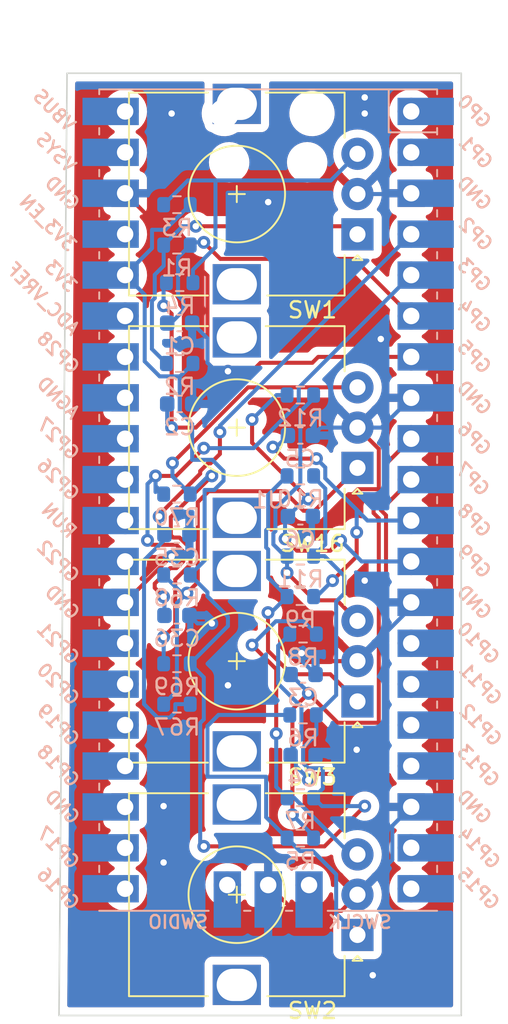
<source format=kicad_pcb>
(kicad_pcb (version 20211014) (generator pcbnew)
  (layers (0 "F.Cu" signal) (31 "B.Cu" signal) (34 "B.Paste" user) (35 "F.Paste" user) (36 "B.SilkS" user "B.Silkscreen") (37 "F.SilkS" user "F.Silkscreen") (38 "B.Mask" user) (39 "F.Mask" user) (44 "Edge.Cuts" user))
  (net 0 "")
  (net 3 "/encoder_no_switch1/A")
  (net 4 "GND")
  (net 5 "/encoder_no_switch1/B")
  (net 6 "/encoder_no_switch2/A")
  (net 7 "/encoder_no_switch2/B")
  (net 8 "/encoder_no_switch3/A")
  (net 9 "/encoder_no_switch3/B")
  (net 10 "/encoder_no_switch/A")
  (net 11 "/encoder_no_switch/B")
  (net 12 "Net-(R1-Pad1)")
  (net 13 "+3V3")
  (net 18 "Net-(R3-Pad1)")
  (net 28 "Net-(R5-Pad1)")
  (net 36 "Net-(R7-Pad1)")
  (net 38 "Net-(R10-Pad1)")
  (net 42 "Net-(R11-Pad1)")
  (net 44 "Net-(R67-Pad1)")
  (net 45 "Net-(R69-Pad1)")
  (footprint "Rotary_Encoder:RotaryEncoder_Alps_EC12E_Vertical_H20mm" (layer "F.Cu") (at 143.55 76.5 180)
    (fp_text reference "SW1")
    (fp_text value "Rotary_Encoder")
  )
  (footprint "Rotary_Encoder:RotaryEncoder_Alps_EC12E_Vertical_H20mm" (layer "F.Cu") (at 143.55 91 180)
    (fp_text reference "SW16")
    (fp_text value "Rotary_Encoder")
  )
  (footprint "Rotary_Encoder:RotaryEncoder_Alps_EC12E_Vertical_H20mm" (layer "F.Cu") (at 143.55 120 180)
    (fp_text reference "SW2")
    (fp_text value "Rotary_Encoder")
  )
  (footprint "Rotary_Encoder:RotaryEncoder_Alps_EC12E_Vertical_H20mm" (layer "F.Cu") (at 143.55 105.5 180)
    (fp_text reference "SW3")
    (fp_text value "Rotary_Encoder")
  )
  (footprint "Capacitor_SMD:C_0603_1608Metric" (layer "B.Cu") (at 140.17 108.85)
    (fp_text reference "C4")
    (fp_text value "0.01uF")
  )
  (footprint "Capacitor_SMD:C_0603_1608Metric" (layer "B.Cu") (at 132.5 87.03)
    (fp_text reference "C2")
    (fp_text value "0.01uF")
  )
  (footprint "Capacitor_SMD:C_0603_1608Metric" (layer "B.Cu") (at 132.5 82.01)
    (fp_text reference "C1")
    (fp_text value "0.01uF")
  )
  (footprint "Resistor_SMD:R_0603_1608Metric" (layer "B.Cu") (at 132.33 105.67)
    (fp_text reference "R67")
    (fp_text value "10k")
  )
  (footprint "Resistor_SMD:R_0603_1608Metric" (layer "B.Cu") (at 132.5 79.5)
    (fp_text reference "R4")
    (fp_text value "10k")
  )
  (footprint "Capacitor_SMD:C_0603_1608Metric" (layer "B.Cu") (at 132.33 95.14)
    (fp_text reference "C35")
    (fp_text value "0.01uF")
  )
  (footprint "Resistor_SMD:R_0603_1608Metric" (layer "B.Cu") (at 140 96.48)
    (fp_text reference "R11")
    (fp_text value "10k")
  )
  (footprint "Capacitor_SMD:C_0603_1608Metric" (layer "B.Cu") (at 140 88.99)
    (fp_text reference "C5")
    (fp_text value "0.01uF")
  )
  (footprint "Resistor_SMD:R_0603_1608Metric" (layer "B.Cu") (at 140 98.99)
    (fp_text reference "R9")
    (fp_text value "10k")
  )
  (footprint "Resistor_SMD:R_0603_1608Metric" (layer "B.Cu") (at 132.33 97.65)
    (fp_text reference "R68")
    (fp_text value "10k")
  )
  (footprint "Capacitor_SMD:C_0603_1608Metric" (layer "B.Cu") (at 140.17 103.83)
    (fp_text reference "C3")
    (fp_text value "0.01uF")
  )
  (footprint "Resistor_SMD:R_0603_1608Metric" (layer "B.Cu") (at 140 111.48)
    (fp_text reference "R7")
    (fp_text value "10k")
  )
  (footprint "Resistor_SMD:R_0603_1608Metric" (layer "B.Cu") (at 132.5 84.52)
    (fp_text reference "R2")
    (fp_text value "10k")
  )
  (footprint "Resistor_SMD:R_0603_1608Metric" (layer "B.Cu") (at 140.17 101.32)
    (fp_text reference "R8")
    (fp_text value "10k")
  )
  (footprint "Resistor_SMD:R_0603_1608Metric" (layer "B.Cu") (at 140 113.99)
    (fp_text reference "R5")
    (fp_text value "10k")
  )
  (footprint "Resistor_SMD:R_0603_1608Metric" (layer "B.Cu") (at 140.17 106.34)
    (fp_text reference "R6")
    (fp_text value "10k")
  )
  (footprint "Capacitor_SMD:C_0603_1608Metric" (layer "B.Cu") (at 140 94.01)
    (fp_text reference "C6")
    (fp_text value "0.01uF")
  )
  (footprint "pico:RPi_Pico_SMD_TH" (layer "B.Cu") (at 138 93 180)
    (fp_text reference "U1")
    (fp_text value "Pico")
  )
  (footprint "Resistor_SMD:R_0603_1608Metric" (layer "B.Cu") (at 132.33 77.17)
    (fp_text reference "R1")
    (fp_text value "10k")
  )
  (footprint "Resistor_SMD:R_0603_1608Metric" (layer "B.Cu") (at 132.33 74.66)
    (fp_text reference "R3")
    (fp_text value "10k")
  )
  (footprint "Resistor_SMD:R_0603_1608Metric" (layer "B.Cu") (at 140 91.5)
    (fp_text reference "R10")
    (fp_text value "10k")
  )
  (footprint "Capacitor_SMD:C_0603_1608Metric" (layer "B.Cu") (at 132.33 100.16)
    (fp_text reference "C36")
    (fp_text value "0.01uF")
  )
  (footprint "Resistor_SMD:R_0603_1608Metric" (layer "B.Cu") (at 140 86.48)
    (fp_text reference "R12")
    (fp_text value "10k")
  )
  (footprint "Resistor_SMD:R_0603_1608Metric" (layer "B.Cu") (at 132.33 103.16)
    (fp_text reference "R69")
    (fp_text value "10k")
  )
  (footprint "Resistor_SMD:R_0603_1608Metric" (layer "B.Cu") (at 132.33 92.63)
    (fp_text reference "R70")
    (fp_text value "10k")
  )
  (gr_line (start 125.5 66.5) (end 125 125) (layer "Edge.Cuts") (width 0.1))
  (gr_line (start 150 66.5) (end 125.5 66.5) (layer "Edge.Cuts") (width 0.1))
  (gr_line (start 150 125) (end 150 66.5) (layer "Edge.Cuts") (width 0.1))
  (gr_line (start 125 125) (end 150 125) (layer "Edge.Cuts") (width 0.1))
  (segment (start 143.345489 78.025489) (end 135.025489 78.025489) (width 0.25) (layer "F.Cu") (net 3))
  (segment (start 135.025489 78.025489) (end 134 77) (width 0.25) (layer "F.Cu") (net 3))
  (segment (start 146.89 81.57) (end 143.345489 78.025489) (width 0.25) (layer "F.Cu") (net 3))
  (via (at 134 77) (size 0.8) (drill 0.4) (layers "F.Cu" "B.Cu") (net 3))
  (segment (start 133.155 77.17) (end 132.39952 77.92548) (width 0.25) (layer "B.Cu") (net 3))
  (segment (start 132.39952 77.92548) (end 132.39952 80.308072) (width 0.25) (layer "B.Cu") (net 3))
  (segment (start 131.956004 82.01) (end 131.725 82.01) (width 0.25) (layer "B.Cu") (net 3))
  (segment (start 132.728627 81.237377) (end 131.956004 82.01) (width 0.25) (layer "B.Cu") (net 3))
  (segment (start 132.39952 80.308072) (end 132.728627 80.637179) (width 0.25) (layer "B.Cu") (net 3))
  (segment (start 134 77) (end 133.325 77) (width 0.25) (layer "B.Cu") (net 3))
  (segment (start 132.728627 80.637179) (end 132.728627 81.237377) (width 0.25) (layer "B.Cu") (net 3))
  (segment (start 133.325 77) (end 133.155 77.17) (width 0.25) (layer "B.Cu") (net 3))
  (segment (start 144.874511 89.824511) (end 143.55 88.5) (width 0.25) (layer "F.Cu") (net 4))
  (segment (start 144.874511 92.324511) (end 144.874511 89.824511) (width 0.25) (layer "F.Cu") (net 4))
  (segment (start 143.578688 92.324511) (end 144.874511 92.324511) (width 0.25) (layer "F.Cu") (net 4))
  (segment (start 129.11 99.35) (end 131.96 96.5) (width 0.25) (layer "F.Cu") (net 4))
  (segment (start 143.55 103) (end 140.181511 103) (width 0.25) (layer "F.Cu") (net 4))
  (segment (start 143.55 117.5) (end 142.55 118.5) (width 0.25) (layer "F.Cu") (net 4))
  (segment (start 140.181511 103) (end 140.071848 102.890337) (width 0.25) (layer "F.Cu") (net 4))
  (segment (start 129.11 73.95) (end 134.225489 79.065489) (width 0.25) (layer "F.Cu") (net 4))
  (segment (start 140.071848 102.5) (end 140.571848 103) (width 0.25) (layer "F.Cu") (net 4))
  (segment (start 134.225489 84.474511) (end 134.750978 85) (width 0.25) (layer "F.Cu") (net 4))
  (segment (start 140.485422 95.417777) (end 143.578688 92.324511) (width 0.25) (layer "F.Cu") (net 4))
  (segment (start 134.225489 79.065489) (end 134.225489 84.474511) (width 0.25) (layer "F.Cu") (net 4))
  (segment (start 142.55 118.5) (end 139.6 118.5) (width 0.25) (layer "F.Cu") (net 4))
  (segment (start 139.6 118.5) (end 138 116.9) (width 0.25) (layer "F.Cu") (net 4))
  (segment (start 134.750978 85) (end 135.5 85) (width 0.25) (layer "F.Cu") (net 4))
  (segment (start 131.96 96.5) (end 132 96.5) (width 0.25) (layer "F.Cu") (net 4))
  (segment (start 140.571848 103) (end 143.55 103) (width 0.25) (layer "F.Cu") (net 4))
  (via (at 144.5 122.5) (size 0.8) (drill 0.4) (layers "F.Cu" "B.Cu") (net 4))
  (via (at 144 69) (size 0.8) (drill 0.4) (layers "F.Cu" "B.Cu") (net 4))
  (via (at 140.071848 102.5) (size 0.8) (drill 0.4) (layers "F.Cu" "B.Cu") (net 4))
  (via (at 138 74.5) (size 0.8) (drill 0.4) (layers "F.Cu" "B.Cu") (net 4))
  (via (at 145 83) (size 0.8) (drill 0.4) (layers "F.Cu" "B.Cu") (net 4))
  (via (at 144 98) (size 0.8) (drill 0.4) (layers "F.Cu" "B.Cu") (net 4))
  (via (at 131.5 115.5) (size 0.8) (drill 0.4) (layers "F.Cu" "B.Cu") (net 4))
  (via (at 135.5 85) (size 0.8) (drill 0.4) (layers "F.Cu" "B.Cu") (net 4))
  (via (at 134.5 100.65703) (size 0.8) (drill 0.4) (layers "F.Cu" "B.Cu") (net 4))
  (via (at 132 69) (size 0.8) (drill 0.4) (layers "F.Cu" "B.Cu") (net 4))
  (via (at 135.5 104.5) (size 0.8) (drill 0.4) (layers "F.Cu" "B.Cu") (net 4))
  (via (at 131.5 112) (size 0.8) (drill 0.4) (layers "F.Cu" "B.Cu") (net 4))
  (via (at 132 96.5) (size 0.8) (drill 0.4) (layers "F.Cu" "B.Cu") (net 4))
  (via (at 140.485422 95.417777) (size 0.8) (drill 0.4) (layers "F.Cu" "B.Cu") (net 4))
  (via (at 144 68) (size 0.8) (drill 0.4) (layers "F.Cu" "B.Cu") (net 4))
  (via (at 143.5 108.5) (size 0.8) (drill 0.4) (layers "F.Cu" "B.Cu") (net 4))
  (segment (start 145.715489 115.334511) (end 145.715489 113.224511) (width 0.25) (layer "B.Cu") (net 4))
  (segment (start 133.47 87.03) (end 133.275 87.03) (width 0.25) (layer "B.Cu") (net 4))
  (segment (start 141.265 88.5) (end 143.55 88.5) (width 0.25) (layer "B.Cu") (net 4))
  (segment (start 143.55 88.5) (end 145.04 88.5) (width 0.25) (layer "B.Cu") (net 4))
  (segment (start 140.775 95.128199) (end 140.485422 95.417777) (width 0.25) (layer "B.Cu") (net 4))
  (segment (start 140.945 103.83) (end 140.071848 102.956848) (width 0.25) (layer "B.Cu") (net 4))
  (segment (start 133.60203 100.65703) (end 133.105 100.16) (width 0.25) (layer "B.Cu") (net 4))
  (segment (start 140.775 88.99) (end 141.265 88.5) (width 0.25) (layer "B.Cu") (net 4))
  (segment (start 143.55 117.5) (end 145.715489 115.334511) (width 0.25) (layer "B.Cu") (net 4))
  (segment (start 146.84 74) (end 146.89 73.95) (width 0.25) (layer "B.Cu") (net 4))
  (segment (start 140.071848 102.956848) (end 140.071848 102.5) (width 0.25) (layer "B.Cu") (net 4))
  (segment (start 146.89 99.66) (end 146.89 99.35) (width 0.25) (layer "B.Cu") (net 4))
  (segment (start 135.5 85) (end 134.750978 85) (width 0.25) (layer "B.Cu") (net 4))
  (segment (start 135.5 85) (end 133.47 87.03) (width 0.25) (layer "B.Cu") (net 4))
  (segment (start 141.295 108.5) (end 140.945 108.85) (width 0.25) (layer "B.Cu") (net 4))
  (segment (start 134.5 100.65703) (end 133.60203 100.65703) (width 0.25) (layer "B.Cu") (net 4))
  (segment (start 143.55 103) (end 146.89 99.66) (width 0.25) (layer "B.Cu") (net 4))
  (segment (start 134.750978 85) (end 134.225489 84.474511) (width 0.25) (layer "B.Cu") (net 4))
  (segment (start 143.55 74) (end 146.84 74) (width 0.25) (layer "B.Cu") (net 4))
  (segment (start 143.5 108.5) (end 141.295 108.5) (width 0.25) (layer "B.Cu") (net 4))
  (segment (start 134.225489 84.474511) (end 134.225489 82.960489) (width 0.25) (layer "B.Cu") (net 4))
  (segment (start 134.225489 82.960489) (end 133.275 82.01) (width 0.25) (layer "B.Cu") (net 4))
  (segment (start 145.715489 113.224511) (end 146.89 112.05) (width 0.25) (layer "B.Cu") (net 4))
  (segment (start 145.04 88.5) (end 146.89 86.65) (width 0.25) (layer "B.Cu") (net 4))
  (segment (start 140.775 94.01) (end 140.775 95.128199) (width 0.25) (layer "B.Cu") (net 4))
  (segment (start 132 81.4355) (end 131.5 80.9355) (width 0.25) (layer "F.Cu") (net 5))
  (segment (start 146.89 84.11) (end 141.11 84.11) (width 0.25) (layer "F.Cu") (net 5))
  (segment (start 132 88.5) (end 132 81.4355) (width 0.25) (layer "F.Cu") (net 5))
  (segment (start 141.11 84.11) (end 140.745489 84.474511) (width 0.25) (layer "F.Cu") (net 5))
  (segment (start 137.525489 84.474511) (end 133.5 88.5) (width 0.25) (layer "F.Cu") (net 5))
  (segment (start 140.745489 84.474511) (end 137.525489 84.474511) (width 0.25) (layer "F.Cu") (net 5))
  (segment (start 133.5 88.5) (end 132 88.5) (width 0.25) (layer "F.Cu") (net 5))
  (via (at 131.5 80.9355) (size 0.8) (drill 0.4) (layers "F.Cu" "B.Cu") (net 5))
  (via (at 132 88.5) (size 0.8) (drill 0.4) (layers "F.Cu" "B.Cu") (net 5))
  (segment (start 131.5 79.675) (end 131.675 79.5) (width 0.25) (layer "B.Cu") (net 5))
  (segment (start 131.725 88.225) (end 132 88.5) (width 0.25) (layer "B.Cu") (net 5))
  (segment (start 131.725 87.03) (end 131.725 88.225) (width 0.25) (layer "B.Cu") (net 5))
  (segment (start 131.5 80.9355) (end 131.5 79.675) (width 0.25) (layer "B.Cu") (net 5))
  (segment (start 142.324511 106.824511) (end 140.5 105) (width 0.25) (layer "F.Cu") (net 6))
  (segment (start 139.507295 112.543479) (end 139.507295 105.992705) (width 0.25) (layer "F.Cu") (net 6))
  (segment (start 144.550491 93.433807) (end 144.550491 93.806195) (width 0.25) (layer "F.Cu") (net 6))
  (segment (start 145.324022 90.755978) (end 145.324022 92.660276) (width 0.25) (layer "F.Cu") (net 6))
  (segment (start 139.507295 105.992705) (end 140.5 105) (width 0.25) (layer "F.Cu") (net 6))
  (segment (start 145.324022 92.660276) (end 144.550491 93.433807) (width 0.25) (layer "F.Cu") (net 6))
  (segment (start 144.550491 93.806195) (end 144.874511 94.130215) (width 0.25) (layer "F.Cu") (net 6))
  (segment (start 144.874511 94.130215) (end 144.874511 106.824511) (width 0.25) (layer "F.Cu") (net 6))
  (segment (start 144.874511 106.824511) (end 142.324511 106.824511) (width 0.25) (layer "F.Cu") (net 6))
  (segment (start 146.89 89.19) (end 145.324022 90.755978) (width 0.25) (layer "F.Cu") (net 6))
  (via (at 139.507295 112.543479) (size 0.8) (drill 0.4) (layers "F.Cu" "B.Cu") (net 6))
  (via (at 140.5 105) (size 0.8) (drill 0.4) (layers "F.Cu" "B.Cu") (net 6))
  (segment (start 140.5 105) (end 140.5 104.935) (width 0.25) (layer "B.Cu") (net 6))
  (segment (start 140.5 104.935) (end 139.395 103.83) (width 0.25) (layer "B.Cu") (net 6))
  (segment (start 140.825 113.99) (end 140.825 113.861184) (width 0.25) (layer "B.Cu") (net 6))
  (segment (start 140.825 113.861184) (end 139.507295 112.543479) (width 0.25) (layer "B.Cu") (net 6))
  (segment (start 140.87402 110) (end 140.5 110.37402) (width 0.25) (layer "F.Cu") (net 7))
  (segment (start 144.5 110) (end 140.87402 110) (width 0.25) (layer "F.Cu") (net 7))
  (segment (start 145.324022 93.944022) (end 145.324022 109.175978) (width 0.25) (layer "F.Cu") (net 7))
  (segment (start 145.324022 109.175978) (end 144.5 110) (width 0.25) (layer "F.Cu") (net 7))
  (segment (start 146.89 91.73) (end 145.000001 93.620001) (width 0.25) (layer "F.Cu") (net 7))
  (segment (start 145.000001 93.620001) (end 145.324022 93.944022) (width 0.25) (layer "F.Cu") (net 7))
  (via (at 140.5 110.37402) (size 0.8) (drill 0.4) (layers "F.Cu" "B.Cu") (net 7))
  (segment (start 139.395 108.85) (end 139.72097 109.17597) (width 0.25) (layer "B.Cu") (net 7))
  (segment (start 140.306189 110.180209) (end 140.5 110.37402) (width 0.25) (layer "B.Cu") (net 7))
  (segment (start 139.72097 109.17597) (end 139.72097 109.513812) (width 0.25) (layer "B.Cu") (net 7))
  (segment (start 139.72097 109.513812) (end 140.306189 110.099031) (width 0.25) (layer "B.Cu") (net 7))
  (segment (start 138.62048 104.398697) (end 138.62048 102.04452) (width 0.25) (layer "B.Cu") (net 7))
  (segment (start 140.06952 105.847737) (end 138.62048 104.398697) (width 0.25) (layer "B.Cu") (net 7))
  (segment (start 140.06952 107.837638) (end 140.06952 105.847737) (width 0.25) (layer "B.Cu") (net 7))
  (segment (start 138.62048 102.04452) (end 139.345 101.32) (width 0.25) (layer "B.Cu") (net 7))
  (segment (start 139.395 108.85) (end 139.395 108.512158) (width 0.25) (layer "B.Cu") (net 7))
  (segment (start 139.395 108.512158) (end 140.06952 107.837638) (width 0.25) (layer "B.Cu") (net 7))
  (segment (start 140.306189 110.099031) (end 140.306189 110.180209) (width 0.25) (layer "B.Cu") (net 7))
  (segment (start 143.5 96.5) (end 143.5 95) (width 0.25) (layer "F.Cu") (net 8))
  (segment (start 139.008694 90.4255) (end 138.291597 89.708403) (width 0.25) (layer "F.Cu") (net 8))
  (segment (start 141 90.4255) (end 139.008694 90.4255) (width 0.25) (layer "F.Cu") (net 8))
  (segment (start 142 98) (end 143.5 96.5) (width 0.25) (layer "F.Cu") (net 8))
  (via (at 142 98) (size 0.8) (drill 0.4) (layers "F.Cu" "B.Cu") (net 8))
  (via (at 143.5 95) (size 0.8) (drill 0.4) (layers "F.Cu" "B.Cu") (net 8))
  (via (at 138.291597 89.708403) (size 0.8) (drill 0.4) (layers "F.Cu" "B.Cu") (net 8))
  (via (at 141 90.4255) (size 0.8) (drill 0.4) (layers "F.Cu" "B.Cu") (net 8))
  (segment (start 141.54952 90.97502) (end 141 90.4255) (width 0.25) (layer "B.Cu") (net 8))
  (segment (start 143.5 95) (end 143.5 93.599022) (width 0.25) (layer "B.Cu") (net 8))
  (segment (start 141.54952 91.648542) (end 141.54952 90.97502) (width 0.25) (layer "B.Cu") (net 8))
  (segment (start 144.170978 94.27) (end 143.450489 93.549511) (width 0.25) (layer "B.Cu") (net 8))
  (segment (start 138.506597 89.708403) (end 138.291597 89.708403) (width 0.25) (layer "B.Cu") (net 8))
  (segment (start 139.225 88.99) (end 138.506597 89.708403) (width 0.25) (layer "B.Cu") (net 8))
  (segment (start 146.89 94.27) (end 144.170978 94.27) (width 0.25) (layer "B.Cu") (net 8))
  (segment (start 141.01 98.99) (end 142 98) (width 0.25) (layer "B.Cu") (net 8))
  (segment (start 140.825 98.99) (end 141.01 98.99) (width 0.25) (layer "B.Cu") (net 8))
  (segment (start 143.450489 93.549511) (end 141.54952 91.648542) (width 0.25) (layer "B.Cu") (net 8))
  (segment (start 143.5 93.599022) (end 143.450489 93.549511) (width 0.25) (layer "B.Cu") (net 8))
  (segment (start 141.857722 96.142278) (end 139.785306 96.142278) (width 0.25) (layer "F.Cu") (net 9))
  (segment (start 137 88) (end 137 89.441404) (width 0.25) (layer "F.Cu") (net 9))
  (segment (start 142.5 95.5) (end 141.857722 96.142278) (width 0.25) (layer "F.Cu") (net 9))
  (segment (start 139.785306 96.142278) (end 139.048528 95.4055) (width 0.25) (layer "F.Cu") (net 9))
  (segment (start 137 89.441404) (end 140.495874 92.937278) (width 0.25) (layer "F.Cu") (net 9))
  (via (at 142.5 95.5) (size 0.8) (drill 0.4) (layers "F.Cu" "B.Cu") (net 9))
  (via (at 139.048528 95.4055) (size 0.8) (drill 0.4) (layers "F.Cu" "B.Cu") (net 9))
  (via (at 140.495874 92.937278) (size 0.8) (drill 0.4) (layers "F.Cu" "B.Cu") (net 9))
  (via (at 137 88) (size 0.8) (drill 0.4) (layers "F.Cu" "B.Cu") (net 9))
  (segment (start 140.495874 92.937278) (end 140.297722 92.937278) (width 0.25) (layer "B.Cu") (net 9))
  (segment (start 146.89 96.81) (end 143.81 96.81) (width 0.25) (layer "B.Cu") (net 9))
  (segment (start 143.81 96.81) (end 142.5 95.5) (width 0.25) (layer "B.Cu") (net 9))
  (segment (start 138.52 86.48) (end 137 88) (width 0.25) (layer "B.Cu") (net 9))
  (segment (start 139.048528 94.186472) (end 139.225 94.01) (width 0.25) (layer "B.Cu") (net 9))
  (segment (start 140.297722 92.937278) (end 139.225 94.01) (width 0.25) (layer "B.Cu") (net 9))
  (segment (start 139.048528 95.4055) (end 139.048528 94.186472) (width 0.25) (layer "B.Cu") (net 9))
  (segment (start 139.175 86.48) (end 138.52 86.48) (width 0.25) (layer "B.Cu") (net 9))
  (segment (start 134.256599 90.718801) (end 133.775499 91.199901) (width 0.25) (layer "F.Cu") (net 10))
  (segment (start 133.775499 91.360205) (end 131.2245 93.911204) (width 0.25) (layer "F.Cu") (net 10))
  (segment (start 133.775499 91.199901) (end 133.775499 91.360205) (width 0.25) (layer "F.Cu") (net 10))
  (segment (start 135 88.7755) (end 135 90.135704) (width 0.25) (layer "F.Cu") (net 10))
  (segment (start 135 90.135704) (end 134.416903 90.718801) (width 0.25) (layer "F.Cu") (net 10))
  (segment (start 131.2245 93.911204) (end 131.2245 94.017388) (width 0.25) (layer "F.Cu") (net 10))
  (segment (start 134.416903 90.718801) (end 134.256599 90.718801) (width 0.25) (layer "F.Cu") (net 10))
  (via (at 135 88.7755) (size 0.8) (drill 0.4) (layers "F.Cu" "B.Cu") (net 10))
  (via (at 131.2245 94.017388) (size 0.8) (drill 0.4) (layers "F.Cu" "B.Cu") (net 10))
  (segment (start 130.284511 105.666294) (end 130.284511 96.740089) (width 0.25) (layer "B.Cu") (net 10))
  (segment (start 135 88.38) (end 135 88.7755) (width 0.25) (layer "B.Cu") (net 10))
  (segment (start 132.22952 106.162263) (end 131.891783 106.5) (width 0.25) (layer "B.Cu") (net 10))
  (segment (start 133.155 105.67) (end 132.22952 105.67) (width 0.25) (layer "B.Cu") (net 10))
  (segment (start 131.891783 106.5) (end 131.118217 106.5) (width 0.25) (layer "B.Cu") (net 10))
  (segment (start 146.89 76.49) (end 135 88.38) (width 0.25) (layer "B.Cu") (net 10))
  (segment (start 131.555 95.4696) (end 131.555 95.14) (width 0.25) (layer "B.Cu") (net 10))
  (segment (start 130.284511 96.740089) (end 131.555 95.4696) (width 0.25) (layer "B.Cu") (net 10))
  (segment (start 131.118217 106.5) (end 130.284511 105.666294) (width 0.25) (layer "B.Cu") (net 10))
  (segment (start 131.2245 94.8095) (end 131.2245 94.017388) (width 0.25) (layer "B.Cu") (net 10))
  (segment (start 132.22952 105.67) (end 132.22952 106.162263) (width 0.25) (layer "B.Cu") (net 10))
  (segment (start 131.555 95.14) (end 131.2245 94.8095) (width 0.25) (layer "B.Cu") (net 10))
  (segment (start 131.5 99) (end 130.949511 98.449511) (width 0.25) (layer "F.Cu") (net 11))
  (segment (start 132.300099 97.224501) (end 132.724501 96.800099) (width 0.25) (layer "F.Cu") (net 11))
  (segment (start 130.949511 98.449511) (end 130.949511 98.186193) (width 0.25) (layer "F.Cu") (net 11))
  (segment (start 132.300099 95.775499) (end 130.775499 95.775499) (width 0.25) (layer "F.Cu") (net 11))
  (segment (start 131 91.5) (end 132.2755 91.5) (width 0.25) (layer "F.Cu") (net 11))
  (segment (start 132.2755 91.5) (end 134 89.7755) (width 0.25) (layer "F.Cu") (net 11))
  (segment (start 131.911203 97.224501) (end 132.300099 97.224501) (width 0.25) (layer "F.Cu") (net 11))
  (segment (start 132.724501 96.199901) (end 132.300099 95.775499) (width 0.25) (layer "F.Cu") (net 11))
  (segment (start 132.724501 96.800099) (end 132.724501 96.199901) (width 0.25) (layer "F.Cu") (net 11))
  (segment (start 130.949511 98.186193) (end 131.911203 97.224501) (width 0.25) (layer "F.Cu") (net 11))
  (segment (start 130.775499 95.775499) (end 130.5 95.5) (width 0.25) (layer "F.Cu") (net 11))
  (via (at 130.5 95.5) (size 0.8) (drill 0.4) (layers "F.Cu" "B.Cu") (net 11))
  (via (at 131 91.5) (size 0.8) (drill 0.4) (layers "F.Cu" "B.Cu") (net 11))
  (via (at 131.5 99) (size 0.8) (drill 0.4) (layers "F.Cu" "B.Cu") (net 11))
  (via (at 134 89.7755) (size 0.8) (drill 0.4) (layers "F.Cu" "B.Cu") (net 11))
  (segment (start 139.89952 86.972263) (end 137.096283 89.7755) (width 0.25) (layer "B.Cu") (net 11))
  (segment (start 131.555 100.16) (end 131.555 99.055) (width 0.25) (layer "B.Cu") (net 11))
  (segment (start 131.555 99.055) (end 131.5 99) (width 0.25) (layer "B.Cu") (net 11))
  (segment (start 137.096283 89.7755) (end 134 89.7755) (width 0.25) (layer "B.Cu") (net 11))
  (segment (start 131 92.125) (end 131.505 92.63) (width 0.25) (layer "B.Cu") (net 11))
  (segment (start 131 91.5) (end 131 92.5) (width 0.25) (layer "B.Cu") (net 11))
  (segment (start 146.89 79.03) (end 139.89952 86.02048) (width 0.25) (layer "B.Cu") (net 11))
  (segment (start 131 91.5) (end 130.5 92) (width 0.25) (layer "B.Cu") (net 11))
  (segment (start 139.89952 86.02048) (end 139.89952 86.972263) (width 0.25) (layer "B.Cu") (net 11))
  (segment (start 130.5 92) (end 130.5 95.5) (width 0.25) (layer "B.Cu") (net 11))
  (segment (start 131 91.5) (end 131 92.125) (width 0.25) (layer "B.Cu") (net 11))
  (segment (start 143.55 76.5) (end 143.05 76) (width 0.25) (layer "F.Cu") (net 12))
  (segment (start 143.05 76) (end 133.5 76) (width 0.25) (layer "F.Cu") (net 12))
  (via (at 133.5 76) (size 0.8) (drill 0.4) (layers "F.Cu" "B.Cu") (net 12))
  (segment (start 130.775499 80.635401) (end 130.775499 83.620499) (width 0.25) (layer "B.Cu") (net 12))
  (segment (start 131.505 77.17) (end 131.505 78.453217) (width 0.25) (layer "B.Cu") (net 12))
  (segment (start 130.775499 83.620499) (end 131.675 84.52) (width 0.25) (layer "B.Cu") (net 12))
  (segment (start 133.5 76) (end 132.675 76) (width 0.25) (layer "B.Cu") (net 12))
  (segment (start 132.675 76) (end 131.505 77.17) (width 0.25) (layer "B.Cu") (net 12))
  (segment (start 131.505 78.453217) (end 130.95048 79.007737) (width 0.25) (layer "B.Cu") (net 12))
  (segment (start 130.95048 80.46042) (end 130.775499 80.635401) (width 0.25) (layer "B.Cu") (net 12))
  (segment (start 130.95048 79.007737) (end 130.95048 80.46042) (width 0.25) (layer "B.Cu") (net 12))
  (segment (start 134 114.5) (end 141.5 114.5) (width 0.25) (layer "F.Cu") (net 13))
  (segment (start 141.5 114.5) (end 144 112) (width 0.25) (layer "F.Cu") (net 13))
  (via (at 144 112) (size 0.8) (drill 0.4) (layers "F.Cu" "B.Cu") (net 13))
  (via (at 134 114.5) (size 0.8) (drill 0.4) (layers "F.Cu" "B.Cu") (net 13))
  (segment (start 130.78048 77.35952) (end 130.78048 76.21952) (width 0.25) (layer "B.Cu") (net 13))
  (segment (start 133.775978 114.275978) (end 134 114.5) (width 0.25) (layer "B.Cu") (net 13))
  (segment (start 132.50048 87.507618) (end 133.275499 88.282637) (width 0.25) (layer "B.Cu") (net 13))
  (segment (start 133.155 97.65) (end 134.225489 98.720489) (width 0.25) (layer "B.Cu") (net 13))
  (segment (start 140.17048 109.327618) (end 140.17048 108.372382) (width 0.25) (layer "B.Cu") (net 13))
  (segment (start 133.155 103.16) (end 134 104.005) (width 0.25) (layer "B.Cu") (net 13))
  (segment (start 134.225489 98.974511) (end 135.5 100.249022) (width 0.25) (layer "B.Cu") (net 13))
  (segment (start 140.825 91.559726) (end 140.825 91.5) (width 0.25) (layer "B.Cu") (net 13))
  (segment (start 135.5 100.815) (end 133.155 103.16) (width 0.25) (layer "B.Cu") (net 13))
  (segment (start 133.775978 106.839296) (end 133.775978 114.275978) (width 0.25) (layer "B.Cu") (net 13))
  (segment (start 141.5046 96.48) (end 140.825 96.48) (width 0.25) (layer "B.Cu") (net 13))
  (segment (start 135.5 100.249022) (end 135.5 100.815) (width 0.25) (layer "B.Cu") (net 13))
  (segment (start 142.225489 105.109511) (end 142.225489 99.299111) (width 0.25) (layer "B.Cu") (net 13))
  (segment (start 135.224511 91.199897) (end 135.224511 91.800103) (width 0.25) (layer "B.Cu") (net 13))
  (segment (start 130.325988 80.245988) (end 130.325988 84.387771) (width 0.25) (layer "B.Cu") (net 13))
  (segment (start 134.04952 92.371198) (end 134.04952 96.75548) (width 0.25) (layer "B.Cu") (net 13))
  (segment (start 133.275499 90.5) (end 134.524614 90.5) (width 0.25) (layer "B.Cu") (net 13))
  (segment (start 144 112) (end 141.345 112) (width 0.25) (layer "B.Cu") (net 13))
  (segment (start 133.325 84.52) (end 132.50048 85.34452) (width 0.25) (layer "B.Cu") (net 13))
  (segment (start 129.11 79.03) (end 130.325988 80.245988) (width 0.25) (layer "B.Cu") (net 13))
  (segment (start 141.54952 95.75548) (end 141.54952 92.284246) (width 0.25) (layer "B.Cu") (net 13))
  (segment (start 140.17048 108.372382) (end 140.995 107.547862) (width 0.25) (layer "B.Cu") (net 13))
  (segment (start 141.345 112) (end 140.825 111.48) (width 0.25) (layer "B.Cu") (net 13))
  (segment (start 131.59548 76.21952) (end 133.155 74.66) (width 0.25) (layer "B.Cu") (net 13))
  (segment (start 134 106.615274) (end 133.775978 106.839296) (width 0.25) (layer "B.Cu") (net 13))
  (segment (start 130.325988 84.387771) (end 131.257737 85.31952) (width 0.25) (layer "B.Cu") (net 13))
  (segment (start 130.78048 76.21952) (end 131.59548 76.21952) (width 0.25) (layer "B.Cu") (net 13))
  (segment (start 134 104.005) (end 134 106.615274) (width 0.25) (layer "B.Cu") (net 13))
  (segment (start 129.11 79.03) (end 130.78048 77.35952) (width 0.25) (layer "B.Cu") (net 13))
  (segment (start 142.225489 99.299111) (end 142.724501 98.800099) (width 0.25) (layer "B.Cu") (net 13))
  (segment (start 142.724501 98.800099) (end 142.724501 97.699901) (width 0.25) (layer "B.Cu") (net 13))
  (segment (start 134.225489 98.720489) (end 134.225489 98.974511) (width 0.25) (layer "B.Cu") (net 13))
  (segment (start 134.653416 92.371198) (end 134.04952 92.371198) (width 0.25) (layer "B.Cu") (net 13))
  (segment (start 141.54952 92.284246) (end 140.825 91.559726) (width 0.25) (layer "B.Cu") (net 13))
  (segment (start 134.524614 90.5) (end 135.224511 91.199897) (width 0.25) (layer "B.Cu") (net 13))
  (segment (start 132.50048 85.34452) (end 132.50048 87.507618) (width 0.25) (layer "B.Cu") (net 13))
  (segment (start 140.492382 109.64952) (end 140.17048 109.327618) (width 0.25) (layer "B.Cu") (net 13))
  (segment (start 133.275499 88.282637) (end 133.275499 90.5) (width 0.25) (layer "B.Cu") (net 13))
  (segment (start 140.995 107.547862) (end 140.995 106.34) (width 0.25) (layer "B.Cu") (net 13))
  (segment (start 140.825 111.48) (end 141.397618 110.907382) (width 0.25) (layer "B.Cu") (net 13))
  (segment (start 141.397618 110.907382) (end 141.397618 109.64952) (width 0.25) (layer "B.Cu") (net 13))
  (segment (start 134.04952 96.75548) (end 133.155 97.65) (width 0.25) (layer "B.Cu") (net 13))
  (segment (start 135.224511 91.800103) (end 134.653416 92.371198) (width 0.25) (layer "B.Cu") (net 13))
  (segment (start 140.825 96.48) (end 141.54952 95.75548) (width 0.25) (layer "B.Cu") (net 13))
  (segment (start 140.995 106.34) (end 142.225489 105.109511) (width 0.25) (layer "B.Cu") (net 13))
  (segment (start 142.724501 97.699901) (end 141.5046 96.48) (width 0.25) (layer "B.Cu") (net 13))
  (segment (start 141.397618 109.64952) (end 140.492382 109.64952) (width 0.25) (layer "B.Cu") (net 13))
  (segment (start 132.52548 85.31952) (end 133.325 84.52) (width 0.25) (layer "B.Cu") (net 13))
  (segment (start 131.257737 85.31952) (end 132.52548 85.31952) (width 0.25) (layer "B.Cu") (net 13))
  (segment (start 141.895479 73.154521) (end 134.654521 73.154521) (width 0.25) (layer "B.Cu") (net 18))
  (segment (start 133.010479 73.154521) (end 131.505 74.66) (width 0.25) (layer "B.Cu") (net 18))
  (segment (start 134.654521 73.154521) (end 133.010479 73.154521) (width 0.25) (layer "B.Cu") (net 18))
  (segment (start 134.724501 73.224501) (end 134.654521 73.154521) (width 0.25) (layer "B.Cu") (net 18))
  (segment (start 133.325 78.6996) (end 134.724501 77.300099) (width 0.25) (layer "B.Cu") (net 18))
  (segment (start 133.325 79.5) (end 133.325 78.6996) (width 0.25) (layer "B.Cu") (net 18))
  (segment (start 134.724501 77.300099) (end 134.724501 73.224501) (width 0.25) (layer "B.Cu") (net 18))
  (segment (start 143.55 71.5) (end 141.895479 73.154521) (width 0.25) (layer "B.Cu") (net 18))
  (segment (start 142.225489 116.236467) (end 140.778542 114.78952) (width 0.25) (layer "B.Cu") (net 28))
  (segment (start 137.874511 110.174511) (end 134.225489 110.174511) (width 0.25) (layer "B.Cu") (net 28))
  (segment (start 139.175 113.99) (end 137.874511 112.689511) (width 0.25) (layer "B.Cu") (net 28))
  (segment (start 134.910978 106.34) (end 139.345 106.34) (width 0.25) (layer "B.Cu") (net 28))
  (segment (start 140.778542 114.78952) (end 139.97452 114.78952) (width 0.25) (layer "B.Cu") (net 28))
  (segment (start 143.55 120) (end 142.225489 118.675489) (width 0.25) (layer "B.Cu") (net 28))
  (segment (start 134.225489 107.025489) (end 134.910978 106.34) (width 0.25) (layer "B.Cu") (net 28))
  (segment (start 134.225489 110.174511) (end 134.225489 107.025489) (width 0.25) (layer "B.Cu") (net 28))
  (segment (start 139.97452 114.78952) (end 139.175 113.99) (width 0.25) (layer "B.Cu") (net 28))
  (segment (start 142.225489 118.675489) (end 142.225489 116.236467) (width 0.25) (layer "B.Cu") (net 28))
  (segment (start 137.874511 112.689511) (end 137.874511 110.174511) (width 0.25) (layer "B.Cu") (net 28))
  (segment (start 138.5 103.5) (end 137 102) (width 0.25) (layer "F.Cu") (net 36))
  (segment (start 138.5 107.5) (end 138.5 103.5) (width 0.25) (layer "F.Cu") (net 36))
  (via (at 137 102) (size 0.8) (drill 0.4) (layers "F.Cu" "B.Cu") (net 36))
  (via (at 138.5 107.5) (size 0.8) (drill 0.4) (layers "F.Cu" "B.Cu") (net 36))
  (segment (start 143.55 115) (end 143.128217 115) (width 0.25) (layer "B.Cu") (net 36))
  (segment (start 143.128217 115) (end 139.608217 111.48) (width 0.25) (layer "B.Cu") (net 36))
  (segment (start 138.47952 100.52048) (end 140.19548 100.52048) (width 0.25) (layer "B.Cu") (net 36))
  (segment (start 138.5 110.805) (end 138.5 107.5) (width 0.25) (layer "B.Cu") (net 36))
  (segment (start 137 102) (end 138.47952 100.52048) (width 0.25) (layer "B.Cu") (net 36))
  (segment (start 139.608217 111.48) (end 139.175 111.48) (width 0.25) (layer "B.Cu") (net 36))
  (segment (start 140.19548 100.52048) (end 140.995 101.32) (width 0.25) (layer "B.Cu") (net 36))
  (segment (start 139.175 111.48) (end 138.5 110.805) (width 0.25) (layer "B.Cu") (net 36))
  (segment (start 137.988616 102.352912) (end 137.988616 99.987644) (width 0.25) (layer "F.Cu") (net 38))
  (segment (start 143.55 105.5) (end 141.863806 103.813806) (width 0.25) (layer "F.Cu") (net 38))
  (segment (start 139.44951 103.813806) (end 137.988616 102.352912) (width 0.25) (layer "F.Cu") (net 38))
  (segment (start 141.863806 103.813806) (end 139.44951 103.813806) (width 0.25) (layer "F.Cu") (net 38))
  (via (at 137.988616 99.987644) (size 0.8) (drill 0.4) (layers "F.Cu" "B.Cu") (net 38))
  (segment (start 138.00097 92.67403) (end 138.00097 94.744226) (width 0.25) (layer "B.Cu") (net 38))
  (segment (start 137.874511 94.870685) (end 137.874511 95.940315) (width 0.25) (layer "B.Cu") (net 38))
  (segment (start 138.177356 99.987644) (end 137.988616 99.987644) (width 0.25) (layer "B.Cu") (net 38))
  (segment (start 137.874511 95.940315) (end 138.00097 96.066774) (width 0.25) (layer "B.Cu") (net 38))
  (segment (start 138.00097 97.81597) (end 139.175 98.99) (width 0.25) (layer "B.Cu") (net 38))
  (segment (start 138.00097 96.066774) (end 138.00097 97.81597) (width 0.25) (layer "B.Cu") (net 38))
  (segment (start 139.175 91.5) (end 138.00097 92.67403) (width 0.25) (layer "B.Cu") (net 38))
  (segment (start 139.175 98.99) (end 138.177356 99.987644) (width 0.25) (layer "B.Cu") (net 38))
  (segment (start 138.00097 94.744226) (end 137.874511 94.870685) (width 0.25) (layer "B.Cu") (net 38))
  (segment (start 142.274501 99.224501) (end 140.890647 99.224501) (width 0.25) (layer "F.Cu") (net 42))
  (segment (start 140.890647 99.224501) (end 139.17498 97.508834) (width 0.25) (layer "F.Cu") (net 42))
  (segment (start 143.55 100.5) (end 142.274501 99.224501) (width 0.25) (layer "F.Cu") (net 42))
  (via (at 139.17498 97.508834) (size 0.8) (drill 0.4) (layers "F.Cu" "B.Cu") (net 42))
  (segment (start 138.45048 93.532382) (end 140.00048 91.982382) (width 0.25) (layer "B.Cu") (net 42))
  (segment (start 138.324022 95.056878) (end 138.450481 94.930419) (width 0.25) (layer "B.Cu") (net 42))
  (segment (start 140.825 86.682487) (end 140.825 86.48) (width 0.25) (layer "B.Cu") (net 42))
  (segment (start 139.0499 96.48) (end 138.324022 95.754122) (width 0.25) (layer "B.Cu") (net 42))
  (segment (start 138.324022 95.754122) (end 138.324022 95.056878) (width 0.25) (layer "B.Cu") (net 42))
  (segment (start 140.00048 91.982382) (end 140.00048 87.507007) (width 0.25) (layer "B.Cu") (net 42))
  (segment (start 140.00048 87.507007) (end 140.825 86.682487) (width 0.25) (layer "B.Cu") (net 42))
  (segment (start 139.17498 96.48002) (end 139.17498 97.508834) (width 0.25) (layer "B.Cu") (net 42))
  (segment (start 139.175 96.48) (end 139.17498 96.48002) (width 0.25) (layer "B.Cu") (net 42))
  (segment (start 138.450481 94.930419) (end 138.45048 93.532382) (width 0.25) (layer "B.Cu") (net 42))
  (segment (start 139.175 96.48) (end 139.0499 96.48) (width 0.25) (layer "B.Cu") (net 42))
  (segment (start 138.983506 92.44951) (end 134.301468 92.44951) (width 0.25) (layer "F.Cu") (net 44))
  (segment (start 134.301468 92.44951) (end 133.623522 93.127456) (width 0.25) (layer "F.Cu") (net 44))
  (segment (start 143.55 91) (end 140.888221 93.661779) (width 0.25) (layer "F.Cu") (net 44))
  (segment (start 133.623522 93.127456) (end 133.623522 98.099893) (width 0.25) (layer "F.Cu") (net 44))
  (segment (start 140.195775 93.661779) (end 138.983506 92.44951) (width 0.25) (layer "F.Cu") (net 44))
  (segment (start 140.888221 93.661779) (end 140.195775 93.661779) (width 0.25) (layer "F.Cu") (net 44))
  (segment (start 133.623522 98.099893) (end 132.949001 98.774414) (width 0.25) (layer "F.Cu") (net 44))
  (via (at 132.949001 98.774414) (size 0.8) (drill 0.4) (layers "F.Cu" "B.Cu") (net 44))
  (segment (start 131.505 97.65) (end 132.629414 98.774414) (width 0.25) (layer "B.Cu") (net 44))
  (segment (start 132.33048 99.392935) (end 132.949001 98.774414) (width 0.25) (layer "B.Cu") (net 44))
  (segment (start 132.629414 98.774414) (end 132.949001 98.774414) (width 0.25) (layer "B.Cu") (net 44))
  (segment (start 131.505 105.67) (end 132.33048 104.84452) (width 0.25) (layer "B.Cu") (net 44))
  (segment (start 132.33048 104.84452) (end 132.33048 99.392935) (width 0.25) (layer "B.Cu") (net 44))
  (segment (start 131.949001 94.050999) (end 134.500008 91.499992) (width 0.25) (layer "F.Cu") (net 45))
  (segment (start 132.097396 95.325988) (end 131.949001 95.177593) (width 0.25) (layer "F.Cu") (net 45))
  (segment (start 133.174011 96.986293) (end 133.174011 96.013707) (width 0.25) (layer "F.Cu") (net 45))
  (segment (start 143.55 86) (end 136.7509 86) (width 0.25) (layer "F.Cu") (net 45))
  (segment (start 133.174011 96.013707) (end 132.486292 95.325988) (width 0.25) (layer "F.Cu") (net 45))
  (segment (start 136.7509 86) (end 132.050426 90.700475) (width 0.25) (layer "F.Cu") (net 45))
  (segment (start 132.224501 97.935803) (end 133.174011 96.986293) (width 0.25) (layer "F.Cu") (net 45))
  (segment (start 131.949001 95.177593) (end 131.949001 94.050999) (width 0.25) (layer "F.Cu") (net 45))
  (segment (start 132.486292 95.325988) (end 132.097396 95.325988) (width 0.25) (layer "F.Cu") (net 45))
  (segment (start 131.5 101.5) (end 132.224501 100.775499) (width 0.25) (layer "F.Cu") (net 45))
  (segment (start 132.224501 100.775499) (end 132.224501 97.935803) (width 0.25) (layer "F.Cu") (net 45))
  (via (at 134.500008 91.499992) (size 0.8) (drill 0.4) (layers "F.Cu" "B.Cu") (net 45))
  (via (at 132.050426 90.700475) (size 0.8) (drill 0.4) (layers "F.Cu" "B.Cu") (net 45))
  (via (at 131.5 101.5) (size 0.8) (drill 0.4) (layers "F.Cu" "B.Cu") (net 45))
  (segment (start 131.505 103.16) (end 131.505 101.505) (width 0.25) (layer "B.Cu") (net 45))
  (segment (start 132.050426 91.525426) (end 132.050426 90.700475) (width 0.25) (layer "B.Cu") (net 45))
  (segment (start 133.155 92.63) (end 132.050426 91.525426) (width 0.25) (layer "B.Cu") (net 45))
  (segment (start 134.285008 91.499992) (end 134.500008 91.499992) (width 0.25) (layer "B.Cu") (net 45))
  (segment (start 133.155 92.63) (end 134.285008 91.499992) (width 0.25) (layer "B.Cu") (net 45))
  (segment (start 131.505 101.505) (end 131.5 101.5) (width 0.25) (layer "B.Cu") (net 45))
  (zone (net 4) (net_name "GND") (layers F&B.Cu) (connect_pads (clearance 0.508)) (min_thickness 0.254) (fill yes (thermal_gap 0.508) (thermal_bridge_width 0.508))
    (polygon (pts (xy 150 125) (xy 125 125) (xy 125.5 66.5) (xy 150 66.5)))
  )
)
</source>
